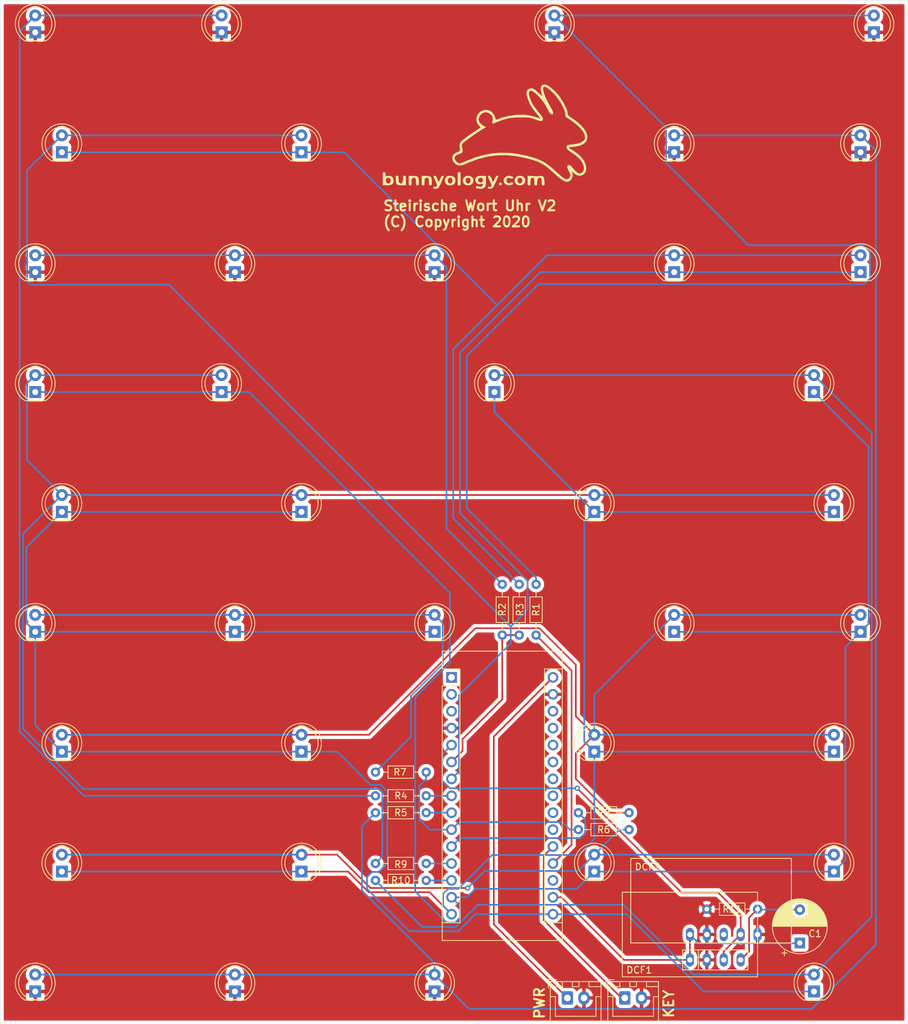
<source format=kicad_pcb>
(kicad_pcb (version 20171130) (host pcbnew "(5.1.7)-1")
  (layers (0 F.Cu signal) (31 B.Cu signal) (34 B.Paste user hide) (35 F.Paste user hide) (36 B.SilkS user hide) (37 F.SilkS user) (38 B.Mask user) (39 F.Mask user) (44 Edge.Cuts user))
  (net 0 "")
  (net 1 "Net-(ArduinoNanoV3-Pad16)")
  (net 2 "Net-(ArduinoNanoV3-Pad15)")
  (net 3 "Net-(ArduinoNanoV3-Pad30)")
  (net 4 "Net-(ArduinoNanoV3-Pad14)")
  (net 5 GND)
  (net 6 "Net-(ArduinoNanoV3-Pad13)")
  (net 7 "Net-(ArduinoNanoV3-Pad28)")
  (net 8 "Net-(ArduinoNanoV3-Pad12)")
  (net 9 +5V)
  (net 10 "Net-(ArduinoNanoV3-Pad11)")
  (net 11 "Net-(ArduinoNanoV3-Pad26)")
  (net 12 "Net-(ArduinoNanoV3-Pad10)")
  (net 13 "Net-(ArduinoNanoV3-Pad25)")
  (net 14 "Net-(ArduinoNanoV3-Pad9)")
  (net 15 "Net-(ArduinoNanoV3-Pad24)")
  (net 16 "Net-(ArduinoNanoV3-Pad8)")
  (net 17 "Net-(ArduinoNanoV3-Pad23)")
  (net 18 "Net-(ArduinoNanoV3-Pad7)")
  (net 19 "Net-(ArduinoNanoV3-Pad22)")
  (net 20 "Net-(ArduinoNanoV3-Pad6)")
  (net 21 "Net-(ArduinoNanoV3-Pad21)")
  (net 22 "Net-(ArduinoNanoV3-Pad5)")
  (net 23 "Net-(ArduinoNanoV3-Pad20)")
  (net 24 "Net-(ArduinoNanoV3-Pad19)")
  (net 25 "Net-(ArduinoNanoV3-Pad3)")
  (net 26 "Net-(ArduinoNanoV3-Pad18)")
  (net 27 "Net-(ArduinoNanoV3-Pad2)")
  (net 28 +3V3)
  (net 29 "Net-(ArduinoNanoV3-Pad1)")
  (net 30 "Net-(C1-Pad2)")
  (net 31 "Net-(LED_ANS_1-Pad2)")
  (net 32 "Net-(LED_DREI4TL_1-Pad2)")
  (net 33 "Net-(LED_DREI_1-Pad2)")
  (net 34 "Net-(LED_ESIS_1-Pad2)")
  (net 35 "Net-(LED_GLEI_1-Pad2)")
  (net 36 "Net-(LED_NAINE_1-Pad2)")
  (net 37 "Net-(LED_SCHO_1-Pad2)")
  (net 38 "Net-(LED_SIEBN_1-Pad2)")
  (net 39 "Net-(LED_VIERTL_1-Pad2)")
  (net 40 "Net-(LED_ZWÖLFE_1-Pad2)")
  (module Connector_JST:JST_XH_B2B-XH-A_1x02_P2.50mm_Vertical (layer F.Cu) (at 108.585 164.973)
    (fp_text reference J2KEY1 hide)
    (fp_text value JST-XH-A02)
    (pad 2 thru_hole oval (at 2.5 0) (size 1.7 2) (drill 1) (layers *.Cu *.Mask) (net 5 GND))
    (pad 1 thru_hole roundrect (at 0 0) (size 1.7 2) (drill 1) (layers *.Cu *.Mask) (roundrect_rratio 0.1470588235294118) (net 23 "Net-(ArduinoNanoV3-Pad20)"))
  )
  (module Connector_JST:JST_XH_B2B-XH-A_1x02_P2.50mm_Vertical (layer F.Cu) (at 99.949 164.973)
    (fp_text reference J1PWR1 hide)
    (fp_text value JST-XH-A02)
    (pad 2 thru_hole oval (at 2.5 0) (size 1.7 2) (drill 1) (layers *.Cu *.Mask) (net 5 GND))
    (pad 1 thru_hole roundrect (at 0 0) (size 1.7 2) (drill 1) (layers *.Cu *.Mask) (roundrect_rratio 0.1470588235294118) (net 3 "Net-(ArduinoNanoV3-Pad30)"))
  )
  (module bunnyology:bunnyology_logo (layer F.Cu) (at 87.63 35.687)
    (fp_text reference G*** hide)
    (fp_text value LOGO hide)
  )
  (module Resistor_THT:R_Axial_DIN0204_L3.6mm_D1.6mm_P7.62mm_Horizontal (layer F.Cu) (at 120.904 151.638)
    (fp_text reference R11 (at 3.81 0) (layer F.SilkS))
    (fp_text value 10k)
    (pad 2 thru_hole oval (at 7.62 0) (size 1.4 1.4) (drill 0.7) (layers *.Cu *.Mask) (net 30 "Net-(C1-Pad2)"))
    (pad 1 thru_hole circle (at 0 0) (size 1.4 1.4) (drill 0.7) (layers *.Cu *.Mask) (net 5 GND))
  )
  (module Resistor_THT:R_Axial_DIN0204_L3.6mm_D1.6mm_P7.62mm_Horizontal (layer F.Cu) (at 78.74 147.32 180)
    (fp_text reference R10 (at 3.81 0) (layer F.SilkS))
    (fp_text value 330)
    (pad 2 thru_hole oval (at 7.62 0 180) (size 1.4 1.4) (drill 0.7) (layers *.Cu *.Mask) (net 31 "Net-(LED_ANS_1-Pad2)"))
    (pad 1 thru_hole circle (at 0 0 180) (size 1.4 1.4) (drill 0.7) (layers *.Cu *.Mask) (net 6 "Net-(ArduinoNanoV3-Pad13)"))
  )
  (module Resistor_THT:R_Axial_DIN0204_L3.6mm_D1.6mm_P7.62mm_Horizontal (layer F.Cu) (at 78.74 144.78 180)
    (fp_text reference R9 (at 3.81 -0.127) (layer F.SilkS))
    (fp_text value 220)
    (pad 2 thru_hole oval (at 7.62 0 180) (size 1.4 1.4) (drill 0.7) (layers *.Cu *.Mask) (net 33 "Net-(LED_DREI_1-Pad2)"))
    (pad 1 thru_hole circle (at 0 0 180) (size 1.4 1.4) (drill 0.7) (layers *.Cu *.Mask) (net 8 "Net-(ArduinoNanoV3-Pad12)"))
  )
  (module Resistor_THT:R_Axial_DIN0204_L3.6mm_D1.6mm_P7.62mm_Horizontal (layer F.Cu) (at 101.6 137.16)
    (fp_text reference R8 (at 3.81 0) (layer F.SilkS))
    (fp_text value 220)
    (pad 2 thru_hole oval (at 7.62 0) (size 1.4 1.4) (drill 0.7) (layers *.Cu *.Mask) (net 36 "Net-(LED_NAINE_1-Pad2)"))
    (pad 1 thru_hole circle (at 0 0) (size 1.4 1.4) (drill 0.7) (layers *.Cu *.Mask) (net 10 "Net-(ArduinoNanoV3-Pad11)"))
  )
  (module Resistor_THT:R_Axial_DIN0204_L3.6mm_D1.6mm_P7.62mm_Horizontal (layer F.Cu) (at 78.74 131.064 180)
    (fp_text reference R7 (at 3.937 0) (layer F.SilkS))
    (fp_text value 150)
    (pad 2 thru_hole oval (at 7.62 0 180) (size 1.4 1.4) (drill 0.7) (layers *.Cu *.Mask) (net 40 "Net-(LED_ZWÖLFE_1-Pad2)"))
    (pad 1 thru_hole circle (at 0 0 180) (size 1.4 1.4) (drill 0.7) (layers *.Cu *.Mask) (net 12 "Net-(ArduinoNanoV3-Pad10)"))
  )
  (module Resistor_THT:R_Axial_DIN0204_L3.6mm_D1.6mm_P7.62mm_Horizontal (layer F.Cu) (at 101.6 139.7)
    (fp_text reference R6 (at 3.81 0) (layer F.SilkS))
    (fp_text value 220)
    (pad 2 thru_hole oval (at 7.62 0) (size 1.4 1.4) (drill 0.7) (layers *.Cu *.Mask) (net 38 "Net-(LED_SIEBN_1-Pad2)"))
    (pad 1 thru_hole circle (at 0 0) (size 1.4 1.4) (drill 0.7) (layers *.Cu *.Mask) (net 12 "Net-(ArduinoNanoV3-Pad10)"))
  )
  (module Resistor_THT:R_Axial_DIN0204_L3.6mm_D1.6mm_P7.62mm_Horizontal (layer F.Cu) (at 71.12 137.16)
    (fp_text reference R5 (at 3.81 0) (layer F.SilkS))
    (fp_text value 100)
    (pad 2 thru_hole oval (at 7.62 0) (size 1.4 1.4) (drill 0.7) (layers *.Cu *.Mask) (net 14 "Net-(ArduinoNanoV3-Pad9)"))
    (pad 1 thru_hole circle (at 0 0) (size 1.4 1.4) (drill 0.7) (layers *.Cu *.Mask) (net 37 "Net-(LED_SCHO_1-Pad2)"))
  )
  (module Resistor_THT:R_Axial_DIN0204_L3.6mm_D1.6mm_P7.62mm_Horizontal (layer F.Cu) (at 78.74 134.62 180)
    (fp_text reference R4 (at 3.81 0) (layer F.SilkS))
    (fp_text value 220)
    (pad 2 thru_hole oval (at 7.62 0 180) (size 1.4 1.4) (drill 0.7) (layers *.Cu *.Mask) (net 35 "Net-(LED_GLEI_1-Pad2)"))
    (pad 1 thru_hole circle (at 0 0 180) (size 1.4 1.4) (drill 0.7) (layers *.Cu *.Mask) (net 16 "Net-(ArduinoNanoV3-Pad8)"))
  )
  (module Resistor_THT:R_Axial_DIN0204_L3.6mm_D1.6mm_P7.62mm_Horizontal (layer F.Cu) (at 92.71 110.49 90)
    (fp_text reference R3 (at 3.81 0.127 90) (layer F.SilkS))
    (fp_text value 220)
    (pad 2 thru_hole oval (at 7.62 0 90) (size 1.4 1.4) (drill 0.7) (layers *.Cu *.Mask) (net 32 "Net-(LED_DREI4TL_1-Pad2)"))
    (pad 1 thru_hole circle (at 0 0 90) (size 1.4 1.4) (drill 0.7) (layers *.Cu *.Mask) (net 20 "Net-(ArduinoNanoV3-Pad6)"))
  )
  (module Resistor_THT:R_Axial_DIN0204_L3.6mm_D1.6mm_P7.62mm_Horizontal (layer F.Cu) (at 90.17 110.49 90)
    (fp_text reference R2 (at 3.81 0 90) (layer F.SilkS))
    (fp_text value 150)
    (pad 2 thru_hole oval (at 7.62 0 90) (size 1.4 1.4) (drill 0.7) (layers *.Cu *.Mask) (net 39 "Net-(LED_VIERTL_1-Pad2)"))
    (pad 1 thru_hole circle (at 0 0 90) (size 1.4 1.4) (drill 0.7) (layers *.Cu *.Mask) (net 20 "Net-(ArduinoNanoV3-Pad6)"))
  )
  (module Resistor_THT:R_Axial_DIN0204_L3.6mm_D1.6mm_P7.62mm_Horizontal (layer F.Cu) (at 95.25 110.49 90)
    (fp_text reference R1 (at 3.81 0 90) (layer F.SilkS))
    (fp_text value 220)
    (pad 2 thru_hole oval (at 7.62 0 90) (size 1.4 1.4) (drill 0.7) (layers *.Cu *.Mask) (net 34 "Net-(LED_ESIS_1-Pad2)"))
    (pad 1 thru_hole circle (at 0 0 90) (size 1.4 1.4) (drill 0.7) (layers *.Cu *.Mask) (net 24 "Net-(ArduinoNanoV3-Pad19)"))
  )
  (module LED_THT:LED_D5.0mm_IRGrey (layer F.Cu) (at 137 164 90)
    (fp_text reference LED_ÖFE_1 hide)
    (fp_text value 00430340/1)
    (pad 2 thru_hole circle (at 2.54 0 90) (size 1.8 1.8) (drill 0.9) (layers *.Cu *.Mask) (net 31 "Net-(LED_ANS_1-Pad2)"))
    (pad 1 thru_hole rect (at 0 0 90) (size 1.8 1.8) (drill 0.9) (layers *.Cu *.Mask) (net 1 "Net-(ArduinoNanoV3-Pad16)"))
  )
  (module LED_THT:LED_D5.0mm_IRGrey (layer F.Cu) (at 20 110 90)
    (fp_text reference LED_ZWÖLFE_3 hide)
    (fp_text value 00430340/1)
    (pad 2 thru_hole circle (at 2.54 0 90) (size 1.8 1.8) (drill 0.9) (layers *.Cu *.Mask) (net 40 "Net-(LED_ZWÖLFE_1-Pad2)"))
    (pad 1 thru_hole rect (at 0 0 90) (size 1.8 1.8) (drill 0.9) (layers *.Cu *.Mask) (net 1 "Net-(ArduinoNanoV3-Pad16)"))
  )
  (module LED_THT:LED_D5.0mm_IRGrey (layer F.Cu) (at 50 110 90)
    (fp_text reference LED_ZWÖLFE_2 hide)
    (fp_text value 00430340/1)
    (pad 2 thru_hole circle (at 2.54 0 90) (size 1.8 1.8) (drill 0.9) (layers *.Cu *.Mask) (net 40 "Net-(LED_ZWÖLFE_1-Pad2)"))
    (pad 1 thru_hole rect (at 0 0 90) (size 1.8 1.8) (drill 0.9) (layers *.Cu *.Mask) (net 1 "Net-(ArduinoNanoV3-Pad16)"))
  )
  (module LED_THT:LED_D5.0mm_IRGrey (layer F.Cu) (at 80 110 90)
    (fp_text reference LED_ZWÖLFE_1 hide)
    (fp_text value 00430340/1)
    (pad 2 thru_hole circle (at 2.54 0 90) (size 1.8 1.8) (drill 0.9) (layers *.Cu *.Mask) (net 40 "Net-(LED_ZWÖLFE_1-Pad2)"))
    (pad 1 thru_hole rect (at 0 0 90) (size 1.8 1.8) (drill 0.9) (layers *.Cu *.Mask) (net 1 "Net-(ArduinoNanoV3-Pad16)"))
  )
  (module LED_THT:LED_D5.0mm_IRGrey (layer F.Cu) (at 89 74 90)
    (fp_text reference LED_ZWA_1 hide)
    (fp_text value 00430340/1)
    (pad 2 thru_hole circle (at 2.54 0 90) (size 1.8 1.8) (drill 0.9) (layers *.Cu *.Mask) (net 31 "Net-(LED_ANS_1-Pad2)"))
    (pad 1 thru_hole rect (at 0 0 90) (size 1.8 1.8) (drill 0.9) (layers *.Cu *.Mask) (net 2 "Net-(ArduinoNanoV3-Pad15)"))
  )
  (module LED_THT:LED_D5.0mm_IRGrey (layer F.Cu) (at 104 146 90)
    (fp_text reference LED_ZEHNE_2 hide)
    (fp_text value 00430340/1)
    (pad 2 thru_hole circle (at 2.54 0 90) (size 1.8 1.8) (drill 0.9) (layers *.Cu *.Mask) (net 38 "Net-(LED_SIEBN_1-Pad2)"))
    (pad 1 thru_hole rect (at 0 0 90) (size 1.8 1.8) (drill 0.9) (layers *.Cu *.Mask) (net 4 "Net-(ArduinoNanoV3-Pad14)"))
  )
  (module LED_THT:LED_D5.0mm_IRGrey (layer F.Cu) (at 140 146 90)
    (fp_text reference LED_ZEHNE_1 hide)
    (fp_text value 00430340/1)
    (pad 2 thru_hole circle (at 2.54 0 90) (size 1.8 1.8) (drill 0.9) (layers *.Cu *.Mask) (net 38 "Net-(LED_SIEBN_1-Pad2)"))
    (pad 1 thru_hole rect (at 0 0 90) (size 1.8 1.8) (drill 0.9) (layers *.Cu *.Mask) (net 4 "Net-(ArduinoNanoV3-Pad14)"))
  )
  (module LED_THT:LED_D5.0mm_IRGrey (layer F.Cu) (at 20 164 90)
    (fp_text reference LED_VUABEI_3 hide)
    (fp_text value 00430340/1)
    (pad 2 thru_hole circle (at 2.54 0 90) (size 1.8 1.8) (drill 0.9) (layers *.Cu *.Mask) (net 37 "Net-(LED_SCHO_1-Pad2)"))
    (pad 1 thru_hole rect (at 0 0 90) (size 1.8 1.8) (drill 0.9) (layers *.Cu *.Mask) (net 5 GND))
  )
  (module LED_THT:LED_D5.0mm_IRGrey (layer F.Cu) (at 50 164 90)
    (fp_text reference LED_VUABEI_2 hide)
    (fp_text value 00430340/1)
    (pad 2 thru_hole circle (at 2.54 0 90) (size 1.8 1.8) (drill 0.9) (layers *.Cu *.Mask) (net 37 "Net-(LED_SCHO_1-Pad2)"))
    (pad 1 thru_hole rect (at 0 0 90) (size 1.8 1.8) (drill 0.9) (layers *.Cu *.Mask) (net 5 GND))
  )
  (module LED_THT:LED_D5.0mm_IRGrey (layer F.Cu) (at 80 164 90)
    (fp_text reference LED_VUABEI_1 hide)
    (fp_text value 00430340/1)
    (pad 2 thru_hole circle (at 2.54 0 90) (size 1.8 1.8) (drill 0.9) (layers *.Cu *.Mask) (net 37 "Net-(LED_SCHO_1-Pad2)"))
    (pad 1 thru_hole rect (at 0 0 90) (size 1.8 1.8) (drill 0.9) (layers *.Cu *.Mask) (net 5 GND))
  )
  (module LED_THT:LED_D5.0mm_IRGrey (layer F.Cu) (at 20 56 90)
    (fp_text reference LED_VIERTL_3 hide)
    (fp_text value 00430340/1)
    (pad 2 thru_hole circle (at 2.54 0 90) (size 1.8 1.8) (drill 0.9) (layers *.Cu *.Mask) (net 39 "Net-(LED_VIERTL_1-Pad2)"))
    (pad 1 thru_hole rect (at 0 0 90) (size 1.8 1.8) (drill 0.9) (layers *.Cu *.Mask) (net 5 GND))
  )
  (module LED_THT:LED_D5.0mm_IRGrey (layer F.Cu) (at 50 56 90)
    (fp_text reference LED_VIERTL_2 hide)
    (fp_text value 00430340/1)
    (pad 2 thru_hole circle (at 2.54 0 90) (size 1.8 1.8) (drill 0.9) (layers *.Cu *.Mask) (net 39 "Net-(LED_VIERTL_1-Pad2)"))
    (pad 1 thru_hole rect (at 0 0 90) (size 1.8 1.8) (drill 0.9) (layers *.Cu *.Mask) (net 5 GND))
  )
  (module LED_THT:LED_D5.0mm_IRGrey (layer F.Cu) (at 80 56 90)
    (fp_text reference LED_VIERTL_1 hide)
    (fp_text value 00430340/1)
    (pad 2 thru_hole circle (at 2.54 0 90) (size 1.8 1.8) (drill 0.9) (layers *.Cu *.Mask) (net 39 "Net-(LED_VIERTL_1-Pad2)"))
    (pad 1 thru_hole rect (at 0 0 90) (size 1.8 1.8) (drill 0.9) (layers *.Cu *.Mask) (net 5 GND))
  )
  (module LED_THT:LED_D5.0mm_IRGrey (layer F.Cu) (at 104 92 90)
    (fp_text reference LED_VIERE_2 hide)
    (fp_text value 00430340/1)
    (pad 2 thru_hole circle (at 2.54 0 90) (size 1.8 1.8) (drill 0.9) (layers *.Cu *.Mask) (net 33 "Net-(LED_DREI_1-Pad2)"))
    (pad 1 thru_hole rect (at 0 0 90) (size 1.8 1.8) (drill 0.9) (layers *.Cu *.Mask) (net 2 "Net-(ArduinoNanoV3-Pad15)"))
  )
  (module LED_THT:LED_D5.0mm_IRGrey (layer F.Cu) (at 140 92 90)
    (fp_text reference LED_VIERE_1 hide)
    (fp_text value 00430340/1)
    (pad 2 thru_hole circle (at 2.54 0 90) (size 1.8 1.8) (drill 0.9) (layers *.Cu *.Mask) (net 33 "Net-(LED_DREI_1-Pad2)"))
    (pad 1 thru_hole rect (at 0 0 90) (size 1.8 1.8) (drill 0.9) (layers *.Cu *.Mask) (net 2 "Net-(ArduinoNanoV3-Pad15)"))
  )
  (module LED_THT:LED_D5.0mm_IRGrey (layer F.Cu) (at 24 146 90)
    (fp_text reference LED_SIEBN_2 hide)
    (fp_text value 00430340/1)
    (pad 2 thru_hole circle (at 2.54 0 90) (size 1.8 1.8) (drill 0.9) (layers *.Cu *.Mask) (net 38 "Net-(LED_SIEBN_1-Pad2)"))
    (pad 1 thru_hole rect (at 0 0 90) (size 1.8 1.8) (drill 0.9) (layers *.Cu *.Mask) (net 2 "Net-(ArduinoNanoV3-Pad15)"))
  )
  (module LED_THT:LED_D5.0mm_IRGrey (layer F.Cu) (at 60 146 90)
    (fp_text reference LED_SIEBN_1 hide)
    (fp_text value 00430340/1)
    (pad 2 thru_hole circle (at 2.54 0 90) (size 1.8 1.8) (drill 0.9) (layers *.Cu *.Mask) (net 38 "Net-(LED_SIEBN_1-Pad2)"))
    (pad 1 thru_hole rect (at 0 0 90) (size 1.8 1.8) (drill 0.9) (layers *.Cu *.Mask) (net 2 "Net-(ArduinoNanoV3-Pad15)"))
  )
  (module LED_THT:LED_D5.0mm_IRGrey (layer F.Cu) (at 144 110 90)
    (fp_text reference LED_SEXE_2 hide)
    (fp_text value 00430340/1)
    (pad 2 thru_hole circle (at 2.54 0 90) (size 1.8 1.8) (drill 0.9) (layers *.Cu *.Mask) (net 36 "Net-(LED_NAINE_1-Pad2)"))
    (pad 1 thru_hole rect (at 0 0 90) (size 1.8 1.8) (drill 0.9) (layers *.Cu *.Mask) (net 4 "Net-(ArduinoNanoV3-Pad14)"))
  )
  (module LED_THT:LED_D5.0mm_IRGrey (layer F.Cu) (at 116 110 90)
    (fp_text reference LED_SEXE_1 hide)
    (fp_text value 00430340/1)
    (pad 2 thru_hole circle (at 2.54 0 90) (size 1.8 1.8) (drill 0.9) (layers *.Cu *.Mask) (net 36 "Net-(LED_NAINE_1-Pad2)"))
    (pad 1 thru_hole rect (at 0 0 90) (size 1.8 1.8) (drill 0.9) (layers *.Cu *.Mask) (net 4 "Net-(ArduinoNanoV3-Pad14)"))
  )
  (module LED_THT:LED_D5.0mm_IRGrey (layer F.Cu) (at 116 38 90)
    (fp_text reference LED_SCHO_2 hide)
    (fp_text value 00430340/1)
    (pad 2 thru_hole circle (at 2.54 0 90) (size 1.8 1.8) (drill 0.9) (layers *.Cu *.Mask) (net 37 "Net-(LED_SCHO_1-Pad2)"))
    (pad 1 thru_hole rect (at 0 0 90) (size 1.8 1.8) (drill 0.9) (layers *.Cu *.Mask) (net 5 GND))
  )
  (module LED_THT:LED_D5.0mm_IRGrey (layer F.Cu) (at 144 38 90)
    (fp_text reference LED_SCHO_1 hide)
    (fp_text value 00430340/1)
    (pad 2 thru_hole circle (at 2.54 0 90) (size 1.8 1.8) (drill 0.9) (layers *.Cu *.Mask) (net 37 "Net-(LED_SCHO_1-Pad2)"))
    (pad 1 thru_hole rect (at 0 0 90) (size 1.8 1.8) (drill 0.9) (layers *.Cu *.Mask) (net 5 GND))
  )
  (module LED_THT:LED_D5.0mm_IRGrey (layer F.Cu) (at 104 128 90)
    (fp_text reference LED_OCHTE_2 hide)
    (fp_text value 00430340/1)
    (pad 2 thru_hole circle (at 2.54 0 90) (size 1.8 1.8) (drill 0.9) (layers *.Cu *.Mask) (net 36 "Net-(LED_NAINE_1-Pad2)"))
    (pad 1 thru_hole rect (at 0 0 90) (size 1.8 1.8) (drill 0.9) (layers *.Cu *.Mask) (net 2 "Net-(ArduinoNanoV3-Pad15)"))
  )
  (module LED_THT:LED_D5.0mm_IRGrey (layer F.Cu) (at 140 128 90)
    (fp_text reference LED_OCHTE_1 hide)
    (fp_text value 00430340/1)
    (pad 2 thru_hole circle (at 2.54 0 90) (size 1.8 1.8) (drill 0.9) (layers *.Cu *.Mask) (net 36 "Net-(LED_NAINE_1-Pad2)"))
    (pad 1 thru_hole rect (at 0 0 90) (size 1.8 1.8) (drill 0.9) (layers *.Cu *.Mask) (net 2 "Net-(ArduinoNanoV3-Pad15)"))
  )
  (module LED_THT:LED_D5.0mm_IRGrey (layer F.Cu) (at 24 128 90)
    (fp_text reference LED_NAINE_2 hide)
    (fp_text value 00430340/1)
    (pad 2 thru_hole circle (at 2.54 0 90) (size 1.8 1.8) (drill 0.9) (layers *.Cu *.Mask) (net 36 "Net-(LED_NAINE_1-Pad2)"))
    (pad 1 thru_hole rect (at 0 0 90) (size 1.8 1.8) (drill 0.9) (layers *.Cu *.Mask) (net 1 "Net-(ArduinoNanoV3-Pad16)"))
  )
  (module LED_THT:LED_D5.0mm_IRGrey (layer F.Cu) (at 60 128 90)
    (fp_text reference LED_NAINE_1 hide)
    (fp_text value 00430340/1)
    (pad 2 thru_hole circle (at 2.54 0 90) (size 1.8 1.8) (drill 0.9) (layers *.Cu *.Mask) (net 36 "Net-(LED_NAINE_1-Pad2)"))
    (pad 1 thru_hole rect (at 0 0 90) (size 1.8 1.8) (drill 0.9) (layers *.Cu *.Mask) (net 1 "Net-(ArduinoNanoV3-Pad16)"))
  )
  (module LED_THT:LED_D5.0mm_IRGrey (layer F.Cu) (at 24 38 90)
    (fp_text reference LED_HOLBA_2 hide)
    (fp_text value 00430340/1)
    (pad 2 thru_hole circle (at 2.54 0 90) (size 1.8 1.8) (drill 0.9) (layers *.Cu *.Mask) (net 18 "Net-(ArduinoNanoV3-Pad7)"))
    (pad 1 thru_hole rect (at 0 0 90) (size 1.8 1.8) (drill 0.9) (layers *.Cu *.Mask) (net 32 "Net-(LED_DREI4TL_1-Pad2)"))
  )
  (module LED_THT:LED_D5.0mm_IRGrey (layer F.Cu) (at 60 38 90)
    (fp_text reference LED_HOLBA_1 hide)
    (fp_text value 00430340/1)
    (pad 2 thru_hole circle (at 2.54 0 90) (size 1.8 1.8) (drill 0.9) (layers *.Cu *.Mask) (net 18 "Net-(ArduinoNanoV3-Pad7)"))
    (pad 1 thru_hole rect (at 0 0 90) (size 1.8 1.8) (drill 0.9) (layers *.Cu *.Mask) (net 32 "Net-(LED_DREI4TL_1-Pad2)"))
  )
  (module LED_THT:LED_D5.0mm_IRGrey (layer F.Cu) (at 20 20 90)
    (fp_text reference LED_GLEI_2 hide)
    (fp_text value 00430340/1)
    (pad 2 thru_hole circle (at 2.54 0 90) (size 1.8 1.8) (drill 0.9) (layers *.Cu *.Mask) (net 35 "Net-(LED_GLEI_1-Pad2)"))
    (pad 1 thru_hole rect (at 0 0 90) (size 1.8 1.8) (drill 0.9) (layers *.Cu *.Mask) (net 5 GND))
  )
  (module LED_THT:LED_D5.0mm_IRGrey (layer F.Cu) (at 48 20 90)
    (fp_text reference LED_GLEI_1 hide)
    (fp_text value 00430340/1)
    (pad 2 thru_hole circle (at 2.54 0 90) (size 1.8 1.8) (drill 0.9) (layers *.Cu *.Mask) (net 35 "Net-(LED_GLEI_1-Pad2)"))
    (pad 1 thru_hole rect (at 0 0 90) (size 1.8 1.8) (drill 0.9) (layers *.Cu *.Mask) (net 5 GND))
  )
  (module LED_THT:LED_D5.0mm_IRGrey (layer F.Cu) (at 24 92 90)
    (fp_text reference LED_FÜNFE_2 hide)
    (fp_text value 00430340/1)
    (pad 2 thru_hole circle (at 2.54 0 90) (size 1.8 1.8) (drill 0.9) (layers *.Cu *.Mask) (net 33 "Net-(LED_DREI_1-Pad2)"))
    (pad 1 thru_hole rect (at 0 0 90) (size 1.8 1.8) (drill 0.9) (layers *.Cu *.Mask) (net 1 "Net-(ArduinoNanoV3-Pad16)"))
  )
  (module LED_THT:LED_D5.0mm_IRGrey (layer F.Cu) (at 60 92 90)
    (fp_text reference LED_FÜNFE_1 hide)
    (fp_text value 00430340/1)
    (pad 2 thru_hole circle (at 2.54 0 90) (size 1.8 1.8) (drill 0.9) (layers *.Cu *.Mask) (net 33 "Net-(LED_DREI_1-Pad2)"))
    (pad 1 thru_hole rect (at 0 0 90) (size 1.8 1.8) (drill 0.9) (layers *.Cu *.Mask) (net 1 "Net-(ArduinoNanoV3-Pad16)"))
  )
  (module LED_THT:LED_D5.0mm_IRGrey (layer F.Cu) (at 98 20 90)
    (fp_text reference LED_ESIS_2 hide)
    (fp_text value 00430340/1)
    (pad 2 thru_hole circle (at 2.54 0 90) (size 1.8 1.8) (drill 0.9) (layers *.Cu *.Mask) (net 34 "Net-(LED_ESIS_1-Pad2)"))
    (pad 1 thru_hole rect (at 0 0 90) (size 1.8 1.8) (drill 0.9) (layers *.Cu *.Mask) (net 5 GND))
  )
  (module LED_THT:LED_D5.0mm_IRGrey (layer F.Cu) (at 146 20 90)
    (fp_text reference LED_ESIS_1 hide)
    (fp_text value 00430340/1)
    (pad 2 thru_hole circle (at 2.54 0 90) (size 1.8 1.8) (drill 0.9) (layers *.Cu *.Mask) (net 34 "Net-(LED_ESIS_1-Pad2)"))
    (pad 1 thru_hole rect (at 0 0 90) (size 1.8 1.8) (drill 0.9) (layers *.Cu *.Mask) (net 5 GND))
  )
  (module LED_THT:LED_D5.0mm_IRGrey (layer F.Cu) (at 20 74 90)
    (fp_text reference LED_DREI_2 hide)
    (fp_text value 00430340/1)
    (pad 2 thru_hole circle (at 2.54 0 90) (size 1.8 1.8) (drill 0.9) (layers *.Cu *.Mask) (net 33 "Net-(LED_DREI_1-Pad2)"))
    (pad 1 thru_hole rect (at 0 0 90) (size 1.8 1.8) (drill 0.9) (layers *.Cu *.Mask) (net 4 "Net-(ArduinoNanoV3-Pad14)"))
  )
  (module LED_THT:LED_D5.0mm_IRGrey (layer F.Cu) (at 48 74 90)
    (fp_text reference LED_DREI_1 hide)
    (fp_text value 00430340/1)
    (pad 2 thru_hole circle (at 2.54 0 90) (size 1.8 1.8) (drill 0.9) (layers *.Cu *.Mask) (net 33 "Net-(LED_DREI_1-Pad2)"))
    (pad 1 thru_hole rect (at 0 0 90) (size 1.8 1.8) (drill 0.9) (layers *.Cu *.Mask) (net 4 "Net-(ArduinoNanoV3-Pad14)"))
  )
  (module LED_THT:LED_D5.0mm_IRGrey (layer F.Cu) (at 116 56 90)
    (fp_text reference LED_DREI4TL_2 hide)
    (fp_text value 00430340/1)
    (pad 2 thru_hole circle (at 2.54 0 90) (size 1.8 1.8) (drill 0.9) (layers *.Cu *.Mask) (net 32 "Net-(LED_DREI4TL_1-Pad2)"))
    (pad 1 thru_hole rect (at 0 0 90) (size 1.8 1.8) (drill 0.9) (layers *.Cu *.Mask) (net 18 "Net-(ArduinoNanoV3-Pad7)"))
  )
  (module LED_THT:LED_D5.0mm_IRGrey (layer F.Cu) (at 144 56 90)
    (fp_text reference LED_DREI4TL_1 hide)
    (fp_text value 00430340/1)
    (pad 2 thru_hole circle (at 2.54 0 90) (size 1.8 1.8) (drill 0.9) (layers *.Cu *.Mask) (net 32 "Net-(LED_DREI4TL_1-Pad2)"))
    (pad 1 thru_hole rect (at 0 0 90) (size 1.8 1.8) (drill 0.9) (layers *.Cu *.Mask) (net 18 "Net-(ArduinoNanoV3-Pad7)"))
  )
  (module LED_THT:LED_D5.0mm_IRGrey (layer F.Cu) (at 137 74 90)
    (fp_text reference LED_ANS_1 hide)
    (fp_text value 00430340/1)
    (pad 2 thru_hole circle (at 2.54 0 90) (size 1.8 1.8) (drill 0.9) (layers *.Cu *.Mask) (net 31 "Net-(LED_ANS_1-Pad2)"))
    (pad 1 thru_hole rect (at 0 0 90) (size 1.8 1.8) (drill 0.9) (layers *.Cu *.Mask) (net 4 "Net-(ArduinoNanoV3-Pad14)"))
  )
  (module bunnyology:MAS6180B1-DFC77 (layer F.Cu) (at 123.444 155.448)
    (fp_text reference DCF2 (at -11.43 -10.16) (layer F.SilkS))
    (fp_text value MAS6180-DCF77)
    (pad 5 thru_hole oval (at 5.08 0) (size 1.2 2) (drill 0.8) (layers *.Cu *.Mask) (net 5 GND))
    (pad 4 thru_hole oval (at 2.54 0) (size 1.2 2) (drill 0.8) (layers *.Cu *.Mask) (net 22 "Net-(ArduinoNanoV3-Pad5)"))
    (pad 3 thru_hole oval (at 0 0) (size 1.2 2) (drill 0.8) (layers *.Cu *.Mask))
    (pad 2 thru_hole oval (at -2.54 0) (size 1.2 2) (drill 0.8) (layers *.Cu *.Mask) (net 5 GND))
    (pad 1 thru_hole oval (at -5.08 0) (size 1.2 2) (drill 0.8) (layers *.Cu *.Mask) (net 28 +3V3))
  )
  (module bunnyology:Pollin-DFC77 (layer F.Cu) (at 122.174 159.258)
    (fp_text reference DCF1 (at -11.43 1.524) (layer F.SilkS))
    (fp_text value Pollin-DCF1)
    (pad 4 thru_hole oval (at 3.81 0) (size 1.2 2) (drill 0.8) (layers *.Cu *.Mask) (net 30 "Net-(C1-Pad2)"))
    (pad 3 thru_hole oval (at 1.27 0) (size 1.2 2) (drill 0.8) (layers *.Cu *.Mask) (net 22 "Net-(ArduinoNanoV3-Pad5)"))
    (pad 2 thru_hole oval (at -1.27 0) (size 1.2 2) (drill 0.8) (layers *.Cu *.Mask) (net 5 GND))
    (pad 1 thru_hole oval (at -3.81 0) (size 1.2 2) (drill 0.8) (layers *.Cu *.Mask) (net 28 +3V3))
  )
  (module Capacitor_THT:CP_Radial_D8.0mm_P5.00mm (layer F.Cu) (at 134.874 156.718 90)
    (fp_text reference C1 (at 1.397 2.286 180) (layer F.SilkS))
    (fp_text value 10u)
    (pad 2 thru_hole circle (at 5 0 90) (size 1.6 1.6) (drill 0.8) (layers *.Cu *.Mask) (net 30 "Net-(C1-Pad2)"))
    (pad 1 thru_hole rect (at 0 0 90) (size 1.6 1.6) (drill 0.8) (layers *.Cu *.Mask) (net 28 +3V3))
  )
  (module Module:Arduino_Nano (layer F.Cu) (at 82.55 116.84)
    (fp_text reference ArduinoNanoV3 hide)
    (fp_text value Arduino_Nano_v3.x)
    (pad 16 thru_hole oval (at 15.24 35.56) (size 1.6 1.6) (drill 1) (layers *.Cu *.Mask) (net 1 "Net-(ArduinoNanoV3-Pad16)"))
    (pad 15 thru_hole oval (at 0 35.56) (size 1.6 1.6) (drill 1) (layers *.Cu *.Mask) (net 2 "Net-(ArduinoNanoV3-Pad15)"))
    (pad 30 thru_hole oval (at 15.24 0) (size 1.6 1.6) (drill 1) (layers *.Cu *.Mask) (net 3 "Net-(ArduinoNanoV3-Pad30)"))
    (pad 14 thru_hole oval (at 0 33.02) (size 1.6 1.6) (drill 1) (layers *.Cu *.Mask) (net 4 "Net-(ArduinoNanoV3-Pad14)"))
    (pad 29 thru_hole oval (at 15.24 2.54) (size 1.6 1.6) (drill 1) (layers *.Cu *.Mask) (net 5 GND))
    (pad 13 thru_hole oval (at 0 30.48) (size 1.6 1.6) (drill 1) (layers *.Cu *.Mask) (net 6 "Net-(ArduinoNanoV3-Pad13)"))
    (pad 28 thru_hole oval (at 15.24 5.08) (size 1.6 1.6) (drill 1) (layers *.Cu *.Mask) (net 7 "Net-(ArduinoNanoV3-Pad28)"))
    (pad 12 thru_hole oval (at 0 27.94) (size 1.6 1.6) (drill 1) (layers *.Cu *.Mask) (net 8 "Net-(ArduinoNanoV3-Pad12)"))
    (pad 27 thru_hole oval (at 15.24 7.62) (size 1.6 1.6) (drill 1) (layers *.Cu *.Mask) (net 9 +5V))
    (pad 11 thru_hole oval (at 0 25.4) (size 1.6 1.6) (drill 1) (layers *.Cu *.Mask) (net 10 "Net-(ArduinoNanoV3-Pad11)"))
    (pad 26 thru_hole oval (at 15.24 10.16) (size 1.6 1.6) (drill 1) (layers *.Cu *.Mask) (net 11 "Net-(ArduinoNanoV3-Pad26)"))
    (pad 10 thru_hole oval (at 0 22.86) (size 1.6 1.6) (drill 1) (layers *.Cu *.Mask) (net 12 "Net-(ArduinoNanoV3-Pad10)"))
    (pad 25 thru_hole oval (at 15.24 12.7) (size 1.6 1.6) (drill 1) (layers *.Cu *.Mask) (net 13 "Net-(ArduinoNanoV3-Pad25)"))
    (pad 9 thru_hole oval (at 0 20.32) (size 1.6 1.6) (drill 1) (layers *.Cu *.Mask) (net 14 "Net-(ArduinoNanoV3-Pad9)"))
    (pad 24 thru_hole oval (at 15.24 15.24) (size 1.6 1.6) (drill 1) (layers *.Cu *.Mask) (net 15 "Net-(ArduinoNanoV3-Pad24)"))
    (pad 8 thru_hole oval (at 0 17.78) (size 1.6 1.6) (drill 1) (layers *.Cu *.Mask) (net 16 "Net-(ArduinoNanoV3-Pad8)"))
    (pad 23 thru_hole oval (at 15.24 17.78) (size 1.6 1.6) (drill 1) (layers *.Cu *.Mask) (net 17 "Net-(ArduinoNanoV3-Pad23)"))
    (pad 7 thru_hole oval (at 0 15.24) (size 1.6 1.6) (drill 1) (layers *.Cu *.Mask) (net 18 "Net-(ArduinoNanoV3-Pad7)"))
    (pad 22 thru_hole oval (at 15.24 20.32) (size 1.6 1.6) (drill 1) (layers *.Cu *.Mask) (net 19 "Net-(ArduinoNanoV3-Pad22)"))
    (pad 6 thru_hole oval (at 0 12.7) (size 1.6 1.6) (drill 1) (layers *.Cu *.Mask) (net 20 "Net-(ArduinoNanoV3-Pad6)"))
    (pad 21 thru_hole oval (at 15.24 22.86) (size 1.6 1.6) (drill 1) (layers *.Cu *.Mask) (net 21 "Net-(ArduinoNanoV3-Pad21)"))
    (pad 5 thru_hole oval (at 0 10.16) (size 1.6 1.6) (drill 1) (layers *.Cu *.Mask) (net 22 "Net-(ArduinoNanoV3-Pad5)"))
    (pad 20 thru_hole oval (at 15.24 25.4) (size 1.6 1.6) (drill 1) (layers *.Cu *.Mask) (net 23 "Net-(ArduinoNanoV3-Pad20)"))
    (pad 4 thru_hole oval (at 0 7.62) (size 1.6 1.6) (drill 1) (layers *.Cu *.Mask) (net 5 GND))
    (pad 19 thru_hole oval (at 15.24 27.94) (size 1.6 1.6) (drill 1) (layers *.Cu *.Mask) (net 24 "Net-(ArduinoNanoV3-Pad19)"))
    (pad 3 thru_hole oval (at 0 5.08) (size 1.6 1.6) (drill 1) (layers *.Cu *.Mask) (net 25 "Net-(ArduinoNanoV3-Pad3)"))
    (pad 18 thru_hole oval (at 15.24 30.48) (size 1.6 1.6) (drill 1) (layers *.Cu *.Mask) (net 26 "Net-(ArduinoNanoV3-Pad18)"))
    (pad 2 thru_hole oval (at 0 2.54) (size 1.6 1.6) (drill 1) (layers *.Cu *.Mask) (net 27 "Net-(ArduinoNanoV3-Pad2)"))
    (pad 17 thru_hole oval (at 15.24 33.02) (size 1.6 1.6) (drill 1) (layers *.Cu *.Mask) (net 28 +3V3))
    (pad 1 thru_hole rect (at 0 0) (size 1.6 1.6) (drill 1) (layers *.Cu *.Mask) (net 29 "Net-(ArduinoNanoV3-Pad1)"))
  )
  (gr_text "Steirische Wort Uhr V2\n(C) Copyright 2020" (at 72.136 47.244) (layer F.SilkS) (effects (font (size 1.5 1.5) (thickness 0.3)) (justify left)))
  (gr_text KEY (at 115.189 165.862 90) (layer F.SilkS) (effects (font (size 1.5 1.5) (thickness 0.3))))
  (gr_text PWR (at 95.758 165.735 90) (layer F.SilkS) (effects (font (size 1.5 1.5) (thickness 0.3))))
  (gr_line (start 14.732 168.91) (end 16.51 168.91) (layer Edge.Cuts) (width 0.05))
  (gr_line (start 16.256 15.24) (end 16.51 15.24) (layer Edge.Cuts) (width 0.05))
  (gr_line (start 14.732 15.24) (end 16.256 15.24) (layer Edge.Cuts) (width 0.05))
  (gr_line (start 151.13 15.24) (end 16.51 15.24) (layer Edge.Cuts) (width 0.05))
  (gr_line (start 151.13 168.91) (end 151.13 15.24) (layer Edge.Cuts) (width 0.05))
  (gr_line (start 147.32 168.91) (end 151.13 168.91) (layer Edge.Cuts) (width 0.05))
  (gr_line (start 144.78 168.91) (end 147.32 168.91) (layer Edge.Cuts) (width 0.05))
  (gr_line (start 16.51 168.91) (end 144.78 168.91) (layer Edge.Cuts) (width 0.05))
  (gr_line (start 14.732 15.24) (end 14.732 168.91) (layer Edge.Cuts) (width 0.05))
  (segment (start 20 110) (end 50 110) (width 0.25) (layer B.Cu) (net 1))
  (segment (start 60 92) (end 24 92) (width 0.25) (layer B.Cu) (net 1))
  (segment (start 50 110) (end 80 110) (width 0.25) (layer B.Cu) (net 1))
  (segment (start 24 128) (end 60 128) (width 0.25) (layer B.Cu) (net 1))
  (segment (start 70.358 132.969) (end 65.389 128) (width 0.25) (layer B.Cu) (net 1))
  (segment (start 72.898 133.985) (end 71.882 132.969) (width 0.25) (layer B.Cu) (net 1))
  (segment (start 70.612 146.05) (end 71.628 146.05) (width 0.25) (layer B.Cu) (net 1))
  (segment (start 69.85 146.812) (end 70.612 146.05) (width 0.25) (layer B.Cu) (net 1))
  (segment (start 71.882 132.969) (end 70.358 132.969) (width 0.25) (layer B.Cu) (net 1))
  (segment (start 69.85 148.59) (end 69.85 146.812) (width 0.25) (layer B.Cu) (net 1))
  (segment (start 65.389 128) (end 60 128) (width 0.25) (layer B.Cu) (net 1))
  (segment (start 76.2 154.94) (end 69.85 148.59) (width 0.25) (layer B.Cu) (net 1))
  (segment (start 83.566 154.94) (end 76.2 154.94) (width 0.25) (layer B.Cu) (net 1))
  (segment (start 86.106 152.4) (end 83.566 154.94) (width 0.25) (layer B.Cu) (net 1))
  (segment (start 72.898 144.78) (end 72.898 133.985) (width 0.25) (layer B.Cu) (net 1))
  (segment (start 71.628 146.05) (end 72.898 144.78) (width 0.25) (layer B.Cu) (net 1))
  (segment (start 97.79 152.4) (end 86.106 152.4) (width 0.25) (layer B.Cu) (net 1))
  (segment (start 18.669 97.331) (end 24 92) (width 0.25) (layer B.Cu) (net 1))
  (segment (start 18.669 108.669) (end 18.669 97.331) (width 0.25) (layer B.Cu) (net 1))
  (segment (start 20 110) (end 18.669 108.669) (width 0.25) (layer B.Cu) (net 1))
  (segment (start 20 124.013) (end 20 110) (width 0.25) (layer B.Cu) (net 1))
  (segment (start 23.987 128) (end 20 124.013) (width 0.25) (layer B.Cu) (net 1))
  (segment (start 24 128) (end 23.987 128) (width 0.25) (layer B.Cu) (net 1))
  (segment (start 120.439 164) (end 108.839 152.4) (width 0.25) (layer B.Cu) (net 1))
  (segment (start 108.839 152.4) (end 97.79 152.4) (width 0.25) (layer B.Cu) (net 1))
  (segment (start 137 164) (end 120.439 164) (width 0.25) (layer B.Cu) (net 1))
  (segment (start 24 146) (end 60 146) (width 0.25) (layer B.Cu) (net 2))
  (segment (start 104 128) (end 140 128) (width 0.25) (layer B.Cu) (net 2))
  (segment (start 104 92) (end 140 92) (width 0.25) (layer B.Cu) (net 2))
  (segment (start 89 77) (end 104 92) (width 0.25) (layer B.Cu) (net 2))
  (segment (start 89 74) (end 89 77) (width 0.25) (layer B.Cu) (net 2))
  (segment (start 81.28 149.344999) (end 81.28 151.13) (width 0.25) (layer B.Cu) (net 2))
  (segment (start 83.566 148.59) (end 82.034999 148.59) (width 0.25) (layer B.Cu) (net 2))
  (segment (start 81.28 151.13) (end 82.55 152.4) (width 0.25) (layer B.Cu) (net 2))
  (segment (start 82.034999 148.59) (end 81.28 149.344999) (width 0.25) (layer B.Cu) (net 2))
  (segment (start 88.646 143.51) (end 83.566 148.59) (width 0.25) (layer B.Cu) (net 2))
  (segment (start 101.6 143.51) (end 88.646 143.51) (width 0.25) (layer B.Cu) (net 2))
  (segment (start 104 141.11) (end 101.6 143.51) (width 0.25) (layer B.Cu) (net 2))
  (segment (start 104 128) (end 104 141.11) (width 0.25) (layer B.Cu) (net 2))
  (segment (start 67.006 146) (end 60 146) (width 0.25) (layer F.Cu) (net 2))
  (segment (start 70.104 149.098) (end 67.006 146) (width 0.25) (layer F.Cu) (net 2))
  (segment (start 79.248 149.098) (end 70.104 149.098) (width 0.25) (layer F.Cu) (net 2))
  (segment (start 82.55 152.4) (end 79.248 149.098) (width 0.25) (layer F.Cu) (net 2))
  (segment (start 102.489 126.489) (end 104 128) (width 0.25) (layer B.Cu) (net 2))
  (segment (start 102.489 93.511) (end 102.489 126.489) (width 0.25) (layer B.Cu) (net 2))
  (segment (start 104 92) (end 102.489 93.511) (width 0.25) (layer B.Cu) (net 2))
  (segment (start 88.9 125.73) (end 97.79 116.84) (width 0.25) (layer F.Cu) (net 3))
  (segment (start 88.9 153.924) (end 99.949 164.973) (width 0.25) (layer F.Cu) (net 3))
  (segment (start 88.9 125.73) (end 88.9 153.924) (width 0.25) (layer F.Cu) (net 3))
  (segment (start 116 110) (end 144 110) (width 0.25) (layer B.Cu) (net 4))
  (segment (start 104 146) (end 140 146) (width 0.25) (layer B.Cu) (net 4))
  (segment (start 20 74) (end 48 74) (width 0.25) (layer B.Cu) (net 4))
  (segment (start 145.225001 82.225001) (end 137 74) (width 0.25) (layer B.Cu) (net 4))
  (segment (start 145.225001 108.774999) (end 145.225001 82.225001) (width 0.25) (layer B.Cu) (net 4))
  (segment (start 144 110) (end 145.225001 108.774999) (width 0.25) (layer B.Cu) (net 4))
  (segment (start 101.41 148.59) (end 104 146) (width 0.25) (layer B.Cu) (net 4))
  (segment (start 84.836 149.86) (end 86.106 148.59) (width 0.25) (layer B.Cu) (net 4))
  (segment (start 86.106 148.59) (end 101.41 148.59) (width 0.25) (layer B.Cu) (net 4))
  (segment (start 82.55 149.86) (end 84.836 149.86) (width 0.25) (layer B.Cu) (net 4))
  (segment (start 83.058 153.67) (end 83.82 152.908) (width 0.25) (layer B.Cu) (net 4))
  (segment (start 81.788 153.67) (end 83.058 153.67) (width 0.25) (layer B.Cu) (net 4))
  (segment (start 77.089 119.888) (end 77.089 148.971) (width 0.25) (layer B.Cu) (net 4))
  (segment (start 83.82 151.13) (end 82.55 149.86) (width 0.25) (layer B.Cu) (net 4))
  (segment (start 82.296 114.681) (end 77.089 119.888) (width 0.25) (layer B.Cu) (net 4))
  (segment (start 82.296 104.14) (end 82.296 114.681) (width 0.25) (layer B.Cu) (net 4))
  (segment (start 83.82 152.908) (end 83.82 151.13) (width 0.25) (layer B.Cu) (net 4))
  (segment (start 52.156 74) (end 82.296 104.14) (width 0.25) (layer B.Cu) (net 4))
  (segment (start 77.089 148.971) (end 81.788 153.67) (width 0.25) (layer B.Cu) (net 4))
  (segment (start 48 74) (end 52.156 74) (width 0.25) (layer B.Cu) (net 4))
  (segment (start 141.732 144.268) (end 140 146) (width 0.25) (layer B.Cu) (net 4))
  (segment (start 141.732 112.268) (end 141.732 144.268) (width 0.25) (layer B.Cu) (net 4))
  (segment (start 144 110) (end 141.732 112.268) (width 0.25) (layer B.Cu) (net 4))
  (segment (start 82.55 147.32) (end 78.74 147.32) (width 0.25) (layer B.Cu) (net 6))
  (segment (start 82.55 144.78) (end 78.74 144.78) (width 0.25) (layer B.Cu) (net 8))
  (segment (start 102.625001 140.192001) (end 102.625001 138.185001) (width 0.25) (layer B.Cu) (net 10))
  (segment (start 101.847002 140.97) (end 102.625001 140.192001) (width 0.25) (layer B.Cu) (net 10))
  (segment (start 102.625001 138.185001) (end 101.6 137.16) (width 0.25) (layer B.Cu) (net 10))
  (segment (start 83.82 140.97) (end 101.847002 140.97) (width 0.25) (layer B.Cu) (net 10))
  (segment (start 82.55 142.24) (end 83.82 140.97) (width 0.25) (layer B.Cu) (net 10))
  (segment (start 82.55 139.7) (end 79.248 139.7) (width 0.25) (layer B.Cu) (net 12))
  (segment (start 77.714999 138.166999) (end 77.714999 133.105001) (width 0.25) (layer B.Cu) (net 12))
  (segment (start 79.248 139.7) (end 77.714999 138.166999) (width 0.25) (layer B.Cu) (net 12))
  (segment (start 78.74 131.064) (end 78.74 132.08) (width 0.25) (layer B.Cu) (net 12))
  (segment (start 78.74 132.08) (end 77.714999 133.105001) (width 0.25) (layer B.Cu) (net 12))
  (segment (start 83.675001 138.574999) (end 82.55 139.7) (width 0.25) (layer B.Cu) (net 12))
  (segment (start 99.204999 138.574999) (end 83.675001 138.574999) (width 0.25) (layer B.Cu) (net 12))
  (segment (start 100.33 139.7) (end 99.204999 138.574999) (width 0.25) (layer B.Cu) (net 12))
  (segment (start 101.6 139.7) (end 100.33 139.7) (width 0.25) (layer B.Cu) (net 12))
  (segment (start 82.55 137.16) (end 78.74 137.16) (width 0.25) (layer B.Cu) (net 14))
  (segment (start 82.55 134.62) (end 78.74 134.62) (width 0.25) (layer B.Cu) (net 16))
  (segment (start 24 35.46) (end 60 35.46) (width 0.25) (layer B.Cu) (net 18))
  (segment (start 144 56) (end 116 56) (width 0.25) (layer B.Cu) (net 18))
  (segment (start 18.774999 40.685001) (end 24 35.46) (width 0.25) (layer B.Cu) (net 18))
  (segment (start 18.774999 57.382999) (end 18.774999 40.685001) (width 0.25) (layer B.Cu) (net 18))
  (segment (start 19.304 57.912) (end 18.774999 57.382999) (width 0.25) (layer B.Cu) (net 18))
  (segment (start 40.132 57.912) (end 19.304 57.912) (width 0.25) (layer B.Cu) (net 18))
  (segment (start 91.195001 108.975001) (end 40.132 57.912) (width 0.25) (layer B.Cu) (net 18))
  (segment (start 91.44 111.76) (end 91.44 109.22) (width 0.25) (layer B.Cu) (net 18))
  (segment (start 83.675001 119.524999) (end 91.44 111.76) (width 0.25) (layer B.Cu) (net 18))
  (segment (start 91.44 109.22) (end 91.195001 108.975001) (width 0.25) (layer B.Cu) (net 18))
  (segment (start 83.675001 130.954999) (end 83.675001 119.524999) (width 0.25) (layer B.Cu) (net 18))
  (segment (start 82.55 132.08) (end 83.675001 130.954999) (width 0.25) (layer B.Cu) (net 18))
  (segment (start 93.98 106.68) (end 91.44 109.22) (width 0.25) (layer B.Cu) (net 18))
  (segment (start 93.98 102.362) (end 93.98 106.68) (width 0.25) (layer B.Cu) (net 18))
  (segment (start 83.82 92.202) (end 93.98 102.362) (width 0.25) (layer B.Cu) (net 18))
  (segment (start 83.82 68.072) (end 83.82 92.202) (width 0.25) (layer B.Cu) (net 18))
  (segment (start 95.892 56) (end 83.82 68.072) (width 0.25) (layer B.Cu) (net 18))
  (segment (start 116 56) (end 95.892 56) (width 0.25) (layer B.Cu) (net 18))
  (segment (start 90.17 110.49) (end 92.71 110.49) (width 0.25) (layer F.Cu) (net 20))
  (segment (start 84.201 127.889) (end 82.55 129.54) (width 0.25) (layer F.Cu) (net 20))
  (segment (start 84.201 126.111) (end 84.201 127.889) (width 0.25) (layer F.Cu) (net 20))
  (segment (start 90.17 120.142) (end 84.201 126.111) (width 0.25) (layer F.Cu) (net 20))
  (segment (start 90.17 110.49) (end 90.17 120.142) (width 0.25) (layer F.Cu) (net 20))
  (segment (start 123.444 157.988) (end 125.984 155.448) (width 0.25) (layer F.Cu) (net 22))
  (segment (start 123.444 159.258) (end 123.444 157.988) (width 0.25) (layer F.Cu) (net 22))
  (segment (start 82.299997 133.494999) (end 101.43601 133.494999) (width 0.25) (layer B.Cu) (net 22))
  (segment (start 82.55 127) (end 81.153 128.397) (width 0.25) (layer B.Cu) (net 22))
  (segment (start 81.153 132.348002) (end 82.299997 133.494999) (width 0.25) (layer B.Cu) (net 22))
  (segment (start 81.153 128.397) (end 81.153 132.348002) (width 0.25) (layer B.Cu) (net 22))
  (via (at 101.43601 133.494999) (size 0.8) (drill 0.4) (layers F.Cu B.Cu) (net 22))
  (segment (start 125.984 155.448) (end 125.984 152.527) (width 0.25) (layer F.Cu) (net 22))
  (segment (start 122.582494 149.125494) (end 117.066506 149.125494) (width 0.25) (layer F.Cu) (net 22))
  (segment (start 125.984 152.527) (end 122.582494 149.125494) (width 0.25) (layer F.Cu) (net 22))
  (segment (start 117.066506 149.125494) (end 101.43601 133.494999) (width 0.25) (layer F.Cu) (net 22))
  (segment (start 96.4 143.63) (end 97.79 142.24) (width 0.25) (layer F.Cu) (net 23))
  (segment (start 96.4 153.296) (end 96.4 143.63) (width 0.25) (layer F.Cu) (net 23))
  (segment (start 108.077 164.973) (end 96.4 153.296) (width 0.25) (layer F.Cu) (net 23))
  (segment (start 100.584 141.986) (end 97.79 144.78) (width 0.25) (layer F.Cu) (net 24))
  (segment (start 100.584 140.201002) (end 100.584 141.986) (width 0.25) (layer F.Cu) (net 24))
  (segment (start 100.574999 139.207999) (end 100.574999 140.192001) (width 0.25) (layer F.Cu) (net 24))
  (segment (start 100.574999 140.192001) (end 100.584 140.201002) (width 0.25) (layer F.Cu) (net 24))
  (segment (start 100.584 136.658998) (end 100.574999 136.667999) (width 0.25) (layer F.Cu) (net 24))
  (segment (start 100.584 115.824) (end 100.584 136.658998) (width 0.25) (layer F.Cu) (net 24))
  (segment (start 100.574999 136.667999) (end 100.574999 137.652001) (width 0.25) (layer F.Cu) (net 24))
  (segment (start 95.25 110.49) (end 100.584 115.824) (width 0.25) (layer F.Cu) (net 24))
  (segment (start 100.584 139.198998) (end 100.574999 139.207999) (width 0.25) (layer F.Cu) (net 24))
  (segment (start 100.574999 137.652001) (end 100.584 137.661002) (width 0.25) (layer F.Cu) (net 24))
  (segment (start 100.584 137.661002) (end 100.584 139.198998) (width 0.25) (layer F.Cu) (net 24))
  (segment (start 97.79 149.86) (end 99.06 149.86) (width 0.25) (layer F.Cu) (net 28))
  (segment (start 118.364 155.448) (end 118.364 159.258) (width 0.25) (layer F.Cu) (net 28))
  (segment (start 108.458 159.258) (end 108.2675 159.0675) (width 0.25) (layer F.Cu) (net 28))
  (segment (start 118.364 159.258) (end 108.458 159.258) (width 0.25) (layer F.Cu) (net 28))
  (segment (start 99.06 149.86) (end 108.2675 159.0675) (width 0.25) (layer F.Cu) (net 28))
  (segment (start 134.81899 156.77301) (end 134.874 156.718) (width 0.25) (layer B.Cu) (net 28))
  (segment (start 119.68901 156.77301) (end 134.81899 156.77301) (width 0.25) (layer B.Cu) (net 28))
  (segment (start 118.364 155.448) (end 119.68901 156.77301) (width 0.25) (layer B.Cu) (net 28))
  (segment (start 134.794 151.638) (end 134.874 151.718) (width 0.25) (layer F.Cu) (net 30))
  (segment (start 127.254 152.908) (end 128.524 151.638) (width 0.25) (layer F.Cu) (net 30))
  (segment (start 127.254 157.988) (end 127.254 152.908) (width 0.25) (layer F.Cu) (net 30))
  (segment (start 125.984 159.258) (end 127.254 157.988) (width 0.25) (layer F.Cu) (net 30))
  (segment (start 128.604 151.718) (end 128.524 151.638) (width 0.25) (layer B.Cu) (net 30))
  (segment (start 134.874 151.718) (end 128.604 151.718) (width 0.25) (layer B.Cu) (net 30))
  (segment (start 137 71.46) (end 89 71.46) (width 0.25) (layer B.Cu) (net 31))
  (segment (start 145.67501 152.78499) (end 145.67501 80.13501) (width 0.25) (layer B.Cu) (net 31))
  (segment (start 145.67501 80.13501) (end 137 71.46) (width 0.25) (layer B.Cu) (net 31))
  (segment (start 137 161.46) (end 145.67501 152.78499) (width 0.25) (layer B.Cu) (net 31))
  (segment (start 83.185 154.305) (end 86.504999 150.985001) (width 0.25) (layer B.Cu) (net 31))
  (segment (start 78.105 154.305) (end 83.185 154.305) (width 0.25) (layer B.Cu) (net 31))
  (segment (start 71.12 147.32) (end 78.105 154.305) (width 0.25) (layer B.Cu) (net 31))
  (segment (start 108.38284 150.985001) (end 107.205999 150.985001) (width 0.25) (layer B.Cu) (net 31))
  (segment (start 137 161.46) (end 118.857839 161.46) (width 0.25) (layer B.Cu) (net 31))
  (segment (start 118.857839 161.46) (end 108.38284 150.985001) (width 0.25) (layer B.Cu) (net 31))
  (segment (start 86.504999 150.985001) (end 107.205999 150.985001) (width 0.25) (layer B.Cu) (net 31))
  (segment (start 24 38) (end 60 38) (width 0.25) (layer B.Cu) (net 32))
  (segment (start 144 53.46) (end 116 53.46) (width 0.25) (layer B.Cu) (net 32))
  (segment (start 66.448 38) (end 89.408 60.96) (width 0.25) (layer B.Cu) (net 32))
  (segment (start 60 38) (end 66.448 38) (width 0.25) (layer B.Cu) (net 32))
  (segment (start 82.804 67.564) (end 89.408 60.96) (width 0.25) (layer B.Cu) (net 32))
  (segment (start 82.804 92.964) (end 82.804 67.564) (width 0.25) (layer B.Cu) (net 32))
  (segment (start 92.71 102.87) (end 82.804 92.964) (width 0.25) (layer B.Cu) (net 32))
  (segment (start 100.45 53.46) (end 116 53.46) (width 0.25) (layer B.Cu) (net 32))
  (segment (start 96.908 53.46) (end 100.45 53.46) (width 0.25) (layer B.Cu) (net 32))
  (segment (start 89.408 60.96) (end 96.908 53.46) (width 0.25) (layer B.Cu) (net 32))
  (segment (start 20 71.46) (end 48 71.46) (width 0.25) (layer B.Cu) (net 33))
  (segment (start 18.774999 84.234999) (end 24 89.46) (width 0.25) (layer B.Cu) (net 33))
  (segment (start 18.774999 72.685001) (end 18.774999 84.234999) (width 0.25) (layer B.Cu) (net 33))
  (segment (start 20 71.46) (end 18.774999 72.685001) (width 0.25) (layer B.Cu) (net 33))
  (segment (start 140 89.46) (end 104 89.46) (width 0.25) (layer B.Cu) (net 33))
  (segment (start 60 89.46) (end 24 89.46) (width 0.25) (layer B.Cu) (net 33))
  (segment (start 72.145001 143.754999) (end 72.145001 134.127999) (width 0.25) (layer B.Cu) (net 33))
  (segment (start 71.12 144.78) (end 72.145001 143.754999) (width 0.25) (layer B.Cu) (net 33))
  (segment (start 71.612001 133.594999) (end 27.441001 133.594999) (width 0.25) (layer B.Cu) (net 33))
  (segment (start 72.145001 134.127999) (end 71.612001 133.594999) (width 0.25) (layer B.Cu) (net 33))
  (segment (start 27.441001 133.594999) (end 27.432 133.604) (width 0.25) (layer B.Cu) (net 33))
  (segment (start 60 89.46) (end 104 89.46) (width 0.25) (layer F.Cu) (net 33))
  (segment (start 18.161 95.299) (end 24 89.46) (width 0.25) (layer B.Cu) (net 33))
  (segment (start 18.161 124.546002) (end 18.161 95.299) (width 0.25) (layer B.Cu) (net 33))
  (segment (start 27.209997 133.594999) (end 18.161 124.546002) (width 0.25) (layer B.Cu) (net 33))
  (segment (start 27.441001 133.594999) (end 27.209997 133.594999) (width 0.25) (layer B.Cu) (net 33))
  (segment (start 99.888 17.46) (end 98 17.46) (width 0.25) (layer B.Cu) (net 34))
  (segment (start 146 17.46) (end 99.888 17.46) (width 0.25) (layer B.Cu) (net 34))
  (segment (start 84.836 91.44) (end 95.25 101.854) (width 0.25) (layer B.Cu) (net 34))
  (segment (start 95.25 101.854) (end 95.25 102.87) (width 0.25) (layer B.Cu) (net 34))
  (segment (start 95.631 57.785) (end 84.836 68.58) (width 0.25) (layer B.Cu) (net 34))
  (segment (start 144.600002 57.785) (end 95.631 57.785) (width 0.25) (layer B.Cu) (net 34))
  (segment (start 145.415 56.970002) (end 144.600002 57.785) (width 0.25) (layer B.Cu) (net 34))
  (segment (start 145.415 52.946999) (end 145.415 56.970002) (width 0.25) (layer B.Cu) (net 34))
  (segment (start 144.411001 51.943) (end 145.415 52.946999) (width 0.25) (layer B.Cu) (net 34))
  (segment (start 127.127 51.943) (end 144.411001 51.943) (width 0.25) (layer B.Cu) (net 34))
  (segment (start 114.774999 39.590999) (end 127.127 51.943) (width 0.25) (layer B.Cu) (net 34))
  (segment (start 114.774999 34.256999) (end 114.774999 39.590999) (width 0.25) (layer B.Cu) (net 34))
  (segment (start 97.978 17.46) (end 114.774999 34.256999) (width 0.25) (layer B.Cu) (net 34))
  (segment (start 84.836 68.58) (end 84.836 91.44) (width 0.25) (layer B.Cu) (net 34))
  (segment (start 99.888 17.46) (end 97.978 17.46) (width 0.25) (layer B.Cu) (net 34))
  (segment (start 48 17.614998) (end 48 17.46) (width 0.25) (layer B.Cu) (net 35))
  (segment (start 20 17.46) (end 48 17.46) (width 0.25) (layer B.Cu) (net 35))
  (segment (start 27.305 134.62) (end 71.12 134.62) (width 0.25) (layer B.Cu) (net 35))
  (segment (start 17.653 124.968) (end 27.305 134.62) (width 0.25) (layer B.Cu) (net 35))
  (segment (start 17.653 19.807) (end 17.653 124.968) (width 0.25) (layer B.Cu) (net 35))
  (segment (start 20 17.46) (end 17.653 19.807) (width 0.25) (layer B.Cu) (net 35))
  (segment (start 104 119.46) (end 116 107.46) (width 0.25) (layer B.Cu) (net 36))
  (segment (start 104 125.46) (end 104 119.46) (width 0.25) (layer B.Cu) (net 36))
  (segment (start 116 107.46) (end 144 107.46) (width 0.25) (layer B.Cu) (net 36))
  (segment (start 104 125.46) (end 140 125.46) (width 0.25) (layer B.Cu) (net 36))
  (segment (start 24 125.46) (end 60 125.46) (width 0.25) (layer B.Cu) (net 36))
  (segment (start 70.12 125.46) (end 60 125.46) (width 0.25) (layer F.Cu) (net 36))
  (segment (start 86.115001 109.464999) (end 70.12 125.46) (width 0.25) (layer F.Cu) (net 36))
  (segment (start 101.219 114.935) (end 95.748999 109.464999) (width 0.25) (layer F.Cu) (net 36))
  (segment (start 95.748999 109.464999) (end 86.115001 109.464999) (width 0.25) (layer F.Cu) (net 36))
  (segment (start 101.219 122.679) (end 101.219 114.935) (width 0.25) (layer F.Cu) (net 36))
  (segment (start 104 125.46) (end 101.219 122.679) (width 0.25) (layer F.Cu) (net 36))
  (segment (start 106.299 137.16) (end 109.22 137.16) (width 0.25) (layer F.Cu) (net 36))
  (segment (start 101.219 132.08) (end 106.299 137.16) (width 0.25) (layer F.Cu) (net 36))
  (segment (start 101.219 128.241) (end 101.219 132.08) (width 0.25) (layer F.Cu) (net 36))
  (segment (start 104 125.46) (end 101.219 128.241) (width 0.25) (layer F.Cu) (net 36))
  (segment (start 20 161.46) (end 50 161.46) (width 0.25) (layer B.Cu) (net 37))
  (segment (start 50 161.46) (end 80 161.46) (width 0.25) (layer B.Cu) (net 37))
  (segment (start 144 35.46) (end 116 35.46) (width 0.25) (layer B.Cu) (net 37))
  (segment (start 69.088 139.192) (end 71.12 137.16) (width 0.25) (layer B.Cu) (net 37))
  (segment (start 69.088 148.844) (end 69.088 139.192) (width 0.25) (layer B.Cu) (net 37))
  (segment (start 80 159.756) (end 69.088 148.844) (width 0.25) (layer B.Cu) (net 37))
  (segment (start 80 161.46) (end 80 159.756) (width 0.25) (layer B.Cu) (net 37))
  (segment (start 85.164 166.624) (end 80 161.46) (width 0.25) (layer B.Cu) (net 37))
  (segment (start 136.652 166.624) (end 85.164 166.624) (width 0.25) (layer B.Cu) (net 37))
  (segment (start 146.304 156.972) (end 136.652 166.624) (width 0.25) (layer B.Cu) (net 37))
  (segment (start 146.304 37.719) (end 146.304 156.972) (width 0.25) (layer B.Cu) (net 37))
  (segment (start 144.045 35.46) (end 146.304 37.719) (width 0.25) (layer B.Cu) (net 37))
  (segment (start 144 35.46) (end 144.045 35.46) (width 0.25) (layer B.Cu) (net 37))
  (segment (start 104 143.46) (end 140 143.46) (width 0.25) (layer B.Cu) (net 38))
  (segment (start 107.76 139.7) (end 104 143.46) (width 0.25) (layer B.Cu) (net 38))
  (segment (start 109.22 139.7) (end 107.76 139.7) (width 0.25) (layer B.Cu) (net 38))
  (segment (start 24 143.46) (end 60 143.46) (width 0.25) (layer B.Cu) (net 38))
  (segment (start 101.554999 145.905001) (end 87.520999 145.905001) (width 0.25) (layer B.Cu) (net 38))
  (segment (start 104 143.46) (end 101.554999 145.905001) (width 0.25) (layer B.Cu) (net 38))
  (segment (start 65.355 143.46) (end 70.358 148.463) (width 0.25) (layer F.Cu) (net 38))
  (segment (start 60 143.46) (end 65.355 143.46) (width 0.25) (layer F.Cu) (net 38))
  (segment (start 87.520999 145.905001) (end 84.963 148.463) (width 0.25) (layer B.Cu) (net 38))
  (segment (start 70.358 148.463) (end 84.963 148.463) (width 0.25) (layer F.Cu) (net 38))
  (via (at 84.963 148.463) (size 0.8) (drill 0.4) (layers F.Cu B.Cu) (net 38))
  (segment (start 20 53.46) (end 50 53.46) (width 0.25) (layer B.Cu) (net 39))
  (segment (start 50 53.46) (end 80 53.46) (width 0.25) (layer B.Cu) (net 39))
  (segment (start 81.788 55.248) (end 80 53.46) (width 0.25) (layer B.Cu) (net 39))
  (segment (start 81.788 94.488) (end 81.788 55.248) (width 0.25) (layer B.Cu) (net 39))
  (segment (start 90.17 102.87) (end 81.788 94.488) (width 0.25) (layer B.Cu) (net 39))
  (segment (start 20 107.46) (end 50 107.46) (width 0.25) (layer B.Cu) (net 40))
  (segment (start 50 107.46) (end 80 107.46) (width 0.25) (layer B.Cu) (net 40))
  (segment (start 81.225001 108.685001) (end 80 107.46) (width 0.25) (layer B.Cu) (net 40))
  (segment (start 81.225001 114.862999) (end 81.225001 108.685001) (width 0.25) (layer B.Cu) (net 40))
  (segment (start 76.454 119.634) (end 81.225001 114.862999) (width 0.25) (layer B.Cu) (net 40))
  (segment (start 76.454 125.73) (end 76.454 119.634) (width 0.25) (layer B.Cu) (net 40))
  (segment (start 71.12 131.064) (end 76.454 125.73) (width 0.25) (layer B.Cu) (net 40))
  (zone (net 5) (net_name GND) (layer F.Cu) (connect_pads (clearance 0.508)) (min_thickness 0.254) (fill yes (arc_segments 32) (thermal_gap 0.508) (thermal_bridge_width 0.508))
    (polygon (pts (xy 151.13 168.91) (xy 14.732 168.91) (xy 14.732 15.24) (xy 151.13 15.24)))
  )
)
</source>
